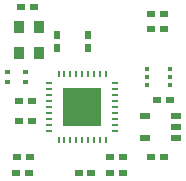
<source format=gtp>
G04 (created by PCBNEW-RS274X (2011-05-25)-stable) date Tue 14 Jan 2014 03:28:53 PM CET*
G01*
G70*
G90*
%MOIN*%
G04 Gerber Fmt 3.4, Leading zero omitted, Abs format*
%FSLAX34Y34*%
G04 APERTURE LIST*
%ADD10C,0.006000*%
%ADD11R,0.023500X0.009400*%
%ADD12R,0.009400X0.023500*%
%ADD13R,0.129200X0.129200*%
%ADD14R,0.025100X0.021900*%
%ADD15R,0.021900X0.025100*%
%ADD16R,0.037800X0.019600*%
%ADD17R,0.037600X0.044000*%
%ADD18R,0.015700X0.012500*%
G04 APERTURE END LIST*
G54D10*
G54D11*
X-02766Y00257D03*
X-02766Y00060D03*
X-02766Y-00137D03*
X-02766Y-00334D03*
X-02766Y-00531D03*
X-02766Y-00728D03*
X-02766Y-00925D03*
X-02766Y-01122D03*
X-02766Y-01319D03*
G54D12*
X-02461Y-01624D03*
X-02264Y-01624D03*
X-02067Y-01624D03*
X-01870Y-01624D03*
X-01673Y-01624D03*
X-01476Y-01624D03*
X-01279Y-01624D03*
X-01082Y-01624D03*
X-00885Y-01624D03*
G54D11*
X-00580Y-01319D03*
X-00580Y-01122D03*
X-00580Y-00925D03*
X-00580Y-00728D03*
X-00580Y-00531D03*
X-00580Y-00334D03*
X-00580Y-00137D03*
X-00580Y00060D03*
X-00580Y00257D03*
G54D12*
X-00885Y00562D03*
X-01082Y00562D03*
X-01279Y00562D03*
X-01476Y00562D03*
X-01673Y00562D03*
X-01870Y00562D03*
X-02067Y00562D03*
X-02264Y00562D03*
X-02461Y00562D03*
G54D13*
X-01673Y-00531D03*
G54D14*
X-03347Y-00335D03*
X-03779Y-00335D03*
X-03858Y-02205D03*
X-03426Y-02205D03*
G54D15*
X-02500Y01438D03*
X-02500Y01870D03*
G54D14*
X-00747Y-02185D03*
X-00315Y-02185D03*
X01053Y02579D03*
X00621Y02579D03*
G54D15*
X-01476Y01438D03*
X-01476Y01870D03*
G54D14*
X-03779Y-00984D03*
X-03347Y-00984D03*
X-03700Y02795D03*
X-03268Y02795D03*
X-00315Y-02736D03*
X-00747Y-02736D03*
G54D16*
X01444Y-01575D03*
X01444Y-01201D03*
X01444Y-00827D03*
X00406Y-00827D03*
X00406Y-01575D03*
G54D14*
X01043Y-02205D03*
X00611Y-02205D03*
G54D17*
X-03780Y02146D03*
X-03110Y02146D03*
X-03110Y01280D03*
X-03780Y01280D03*
G54D14*
X-03877Y-02736D03*
X-03445Y-02736D03*
X01053Y02087D03*
X00621Y02087D03*
X00827Y-00295D03*
X01259Y-00295D03*
G54D18*
X00492Y00728D03*
X00492Y00472D03*
X00492Y00216D03*
X01240Y00216D03*
X01240Y00472D03*
X01240Y00728D03*
G54D10*
G36*
X-04080Y00382D02*
X-04080Y00242D01*
X-04236Y00242D01*
X-04236Y00382D01*
X-04080Y00382D01*
X-04080Y00382D01*
G37*
G36*
X-03480Y00382D02*
X-03480Y00242D01*
X-03636Y00242D01*
X-03636Y00382D01*
X-03480Y00382D01*
X-03480Y00382D01*
G37*
G36*
X-04080Y00702D02*
X-04080Y00562D01*
X-04236Y00562D01*
X-04236Y00702D01*
X-04080Y00702D01*
X-04080Y00702D01*
G37*
G36*
X-03480Y00702D02*
X-03480Y00562D01*
X-03636Y00562D01*
X-03636Y00702D01*
X-03480Y00702D01*
X-03480Y00702D01*
G37*
G54D14*
X-01364Y-02740D03*
X-01796Y-02740D03*
M02*

</source>
